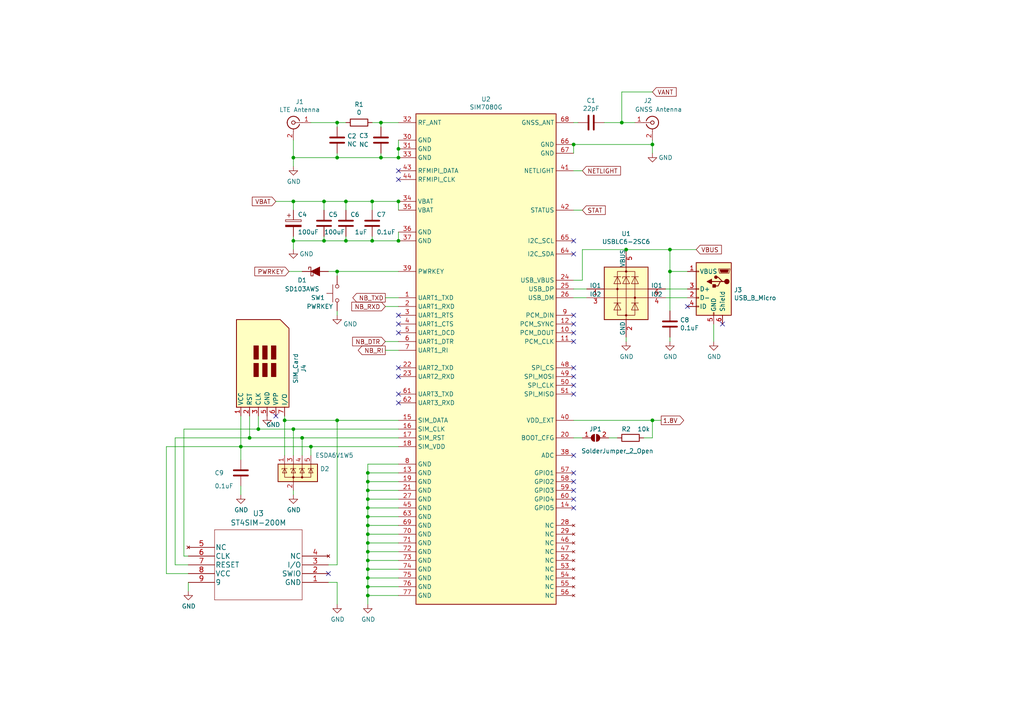
<source format=kicad_sch>
(kicad_sch (version 20230121) (generator eeschema)
  (paper "A4")
  (title_block (title "TechStudio.Design SIM7080G NB-IoT Shield") (date "2021-08-25") (rev "V1.2") (company "www.techstudio.design") (comment 3 "Copyright: Tech Studio Design, 2021") (comment 4 "Designed By: Henry Cheung"))
  (lib_symbols
    (symbol "Connector:Conn_Coaxial" (pin_names (offset 1.016) hide)
      (property "Reference" "J" (at 0.254 3.048 0))
      (property "Value" "Conn_Coaxial" (at 2.921 0 90))
      (symbol "Conn_Coaxial_0_1"
        (arc (start -1.778 -0.508) (mid 0.2311 -1.8066) (end 1.778 0) (stroke (width 0.254)))
        (polyline (pts (xy -2.54 0) (xy -0.508 0)))
        (polyline (pts (xy 0 -2.54) (xy 0 -1.778)))
        (circle (center 0 0) (radius 0.508) (stroke (width 0.2032)))
        (arc (start 1.778 0) (mid 0.2099 1.8101) (end -1.778 0.508) (stroke (width 0.254)))
      )
      (symbol "Conn_Coaxial_1_1"
        (pin passive line (at -5.08 0 0) (length 2.54) (name "In") (number "1"))
        (pin passive line (at 0 -5.08 90) (length 2.54) (name "Ext") (number "2"))
      )
    )
    (symbol "Connector:SIM_Card"
      (property "Reference" "J" (at -2.54 12.7 0))
      (property "Value" "SIM_Card" (at -1.27 10.16 0))
      (symbol "SIM_Card_0_1"
        (rectangle (start -1.27 -2.54) (end 2.54 -1.27) (stroke (width 0.254)) (fill (type outline)))
        (rectangle (start -1.27 0) (end 2.54 1.27) (stroke (width 0.254)) (fill (type outline)))
        (rectangle (start -1.27 2.54) (end 2.54 3.81) (stroke (width 0.254)) (fill (type outline)))
        (polyline (pts (xy -10.16 8.89) (xy 15.24 8.89) (xy 15.24 -3.81) (xy 12.7 -6.35) (xy -10.16 -6.35) (xy -10.16 8.89)) (stroke (width 0.254)) (fill (type background)))
        (rectangle (start 3.81 -1.27) (end 7.62 -2.54) (stroke (width 0.254)) (fill (type outline)))
        (rectangle (start 3.81 0) (end 7.62 1.27) (stroke (width 0.254)) (fill (type outline)))
        (rectangle (start 3.81 2.54) (end 7.62 3.81) (stroke (width 0.254)) (fill (type outline)))
      )
      (symbol "SIM_Card_1_1"
        (pin power_in line (at -12.7 7.62 0) (length 2.54) (name "VCC") (number "1"))
        (pin input line (at -12.7 5.08 0) (length 2.54) (name "RST") (number "2"))
        (pin input line (at -12.7 2.54 0) (length 2.54) (name "CLK") (number "3"))
        (pin power_in line (at -12.7 0 0) (length 2.54) (name "GND") (number "5"))
        (pin input line (at -12.7 -2.54 0) (length 2.54) (name "VPP") (number "6"))
        (pin bidirectional line (at -12.7 -5.08 0) (length 2.54) (name "I/O") (number "7"))
      )
    )
    (symbol "Device:C" (pin_numbers hide) (pin_names (offset 0.254))
      (property "Reference" "C" (at 0.635 2.54 0))
      (property "Value" "C" (at 0.635 -2.54 0))
      (symbol "C_0_1"
        (polyline (pts (xy -2.032 -0.762) (xy 2.032 -0.762)) (stroke (width 0.508)))
        (polyline (pts (xy -2.032 0.762) (xy 2.032 0.762)) (stroke (width 0.508)))
      )
      (symbol "C_1_1"
        (pin passive line (at 0 3.81 270) (length 2.794) (name "~") (number "1"))
        (pin passive line (at 0 -3.81 90) (length 2.794) (name "~") (number "2"))
      )
    )
    (symbol "Device:R" (pin_numbers hide) (pin_names (offset 0))
      (property "Reference" "R" (at 2.032 0 90))
      (property "Value" "R" (at 0 0 90))
      (symbol "R_0_1"
        (rectangle (start -1.016 -2.54) (end 1.016 2.54) (stroke (width 0.254)))
      )
      (symbol "R_1_1"
        (pin passive line (at 0 3.81 270) (length 1.27) (name "~") (number "1"))
        (pin passive line (at 0 -3.81 90) (length 1.27) (name "~") (number "2"))
      )
    )
    (symbol "Jumper:SolderJumper_2_Open" (pin_names (offset 0) hide)
      (property "Reference" "JP" (at 0 2.032 0))
      (property "Value" "SolderJumper_2_Open" (at 0 -2.54 0))
      (symbol "SolderJumper_2_Open_0_1"
        (arc (start -0.254 1.016) (mid -1.2656 0) (end -0.254 -1.016))
        (arc (start -0.254 1.016) (mid -1.2656 0) (end -0.254 -1.016) (fill (type outline)))
        (polyline (pts (xy -0.254 1.016) (xy -0.254 -1.016)))
        (polyline (pts (xy 0.254 1.016) (xy 0.254 -1.016)))
        (arc (start 0.254 -1.016) (mid 1.2656 0) (end 0.254 1.016))
        (arc (start 0.254 -1.016) (mid 1.2656 0) (end 0.254 1.016) (fill (type outline)))
      )
      (symbol "SolderJumper_2_Open_1_1"
        (pin passive line (at -3.81 0 0) (length 2.54) (name "A") (number "1"))
        (pin passive line (at 3.81 0 180) (length 2.54) (name "B") (number "2"))
      )
    )
    (symbol "SIM7080-rescue:CP-Device" (pin_numbers hide) (pin_names (offset 0.254))
      (property "Reference" "C" (at 0.635 2.54 0))
      (property "Value" "Device_CP" (at 0.635 -2.54 0))
      (symbol "CP-Device_0_1"
        (rectangle (start -2.286 0.508) (end 2.286 1.016))
        (polyline (pts (xy -1.778 2.286) (xy -0.762 2.286)))
        (polyline (pts (xy -1.27 2.794) (xy -1.27 1.778)))
        (rectangle (start 2.286 -0.508) (end -2.286 -1.016) (fill (type outline)))
      )
      (symbol "CP-Device_1_1"
        (pin passive line (at 0 3.81 270) (length 2.794) (name "~") (number "1"))
        (pin passive line (at 0 -3.81 90) (length 2.794) (name "~") (number "2"))
      )
    )
    (symbol "SIM7080-rescue:D_Schottky_ALT-Device" (pin_numbers hide) (pin_names (offset 1.016) hide)
      (property "Reference" "D" (at 0 2.54 0))
      (property "Value" "Device_D_Schottky_ALT" (at 0 -2.54 0))
      (symbol "D_Schottky_ALT-Device_0_1"
        (polyline (pts (xy 1.27 0) (xy -1.27 0)))
        (polyline (pts (xy 1.27 1.27) (xy 1.27 -1.27) (xy -1.27 0) (xy 1.27 1.27)) (stroke (width 0.2032)) (fill (type outline)))
        (polyline (pts (xy -1.905 0.635) (xy -1.905 1.27) (xy -1.27 1.27) (xy -1.27 -1.27) (xy -0.635 -1.27) (xy -0.635 -0.635)) (stroke (width 0.2032)))
      )
      (symbol "D_Schottky_ALT-Device_1_1"
        (pin passive line (at -3.81 0 0) (length 2.54) (name "K") (number "1"))
        (pin passive line (at 3.81 0 180) (length 2.54) (name "A") (number "2"))
      )
    )
    (symbol "SIM7080-rescue:ESDA6V1W5-e-tinkers" (pin_names hide)
      (property "Reference" "D" (at 7.62 2.54 0))
      (property "Value" "e-tinkers_ESDA6V1W5" (at 7.62 0.635 0))
      (symbol "ESDA6V1W5-e-tinkers_0_0"
        (pin passive line (at 0 -5.08 90) (length 2.54) (name "A") (number "2"))
      )
      (symbol "ESDA6V1W5-e-tinkers_0_1"
        (rectangle (start -4.445 2.54) (end 6.985 -2.54) (stroke (width 0.254)) (fill (type background)))
        (circle (center 0 -1.27) (radius 0.254) (fill (type outline)))
        (polyline (pts (xy -2.54 2.54) (xy -2.54 1.27)))
        (polyline (pts (xy 0 -1.27) (xy 0 -2.54)))
        (polyline (pts (xy 0 -1.27) (xy 0 1.27)))
        (polyline (pts (xy 0 2.54) (xy 0 1.27)))
        (polyline (pts (xy 2.54 2.54) (xy 2.54 1.27)))
        (polyline (pts (xy 5.08 2.54) (xy 5.08 1.27)))
        (polyline (pts (xy -3.302 1.016) (xy -3.302 1.27) (xy -1.778 1.27)))
        (polyline (pts (xy 0.762 1.27) (xy -0.762 1.27) (xy -0.762 1.016)))
        (polyline (pts (xy 5.08 1.27) (xy 5.08 -1.27) (xy 2.54 -1.27)))
        (polyline (pts (xy -2.54 1.27) (xy -2.54 -1.27) (xy 2.54 -1.27) (xy 2.54 1.27)))
        (polyline (pts (xy -2.54 1.27) (xy -1.905 0) (xy -3.175 0) (xy -2.54 1.27)))
        (polyline (pts (xy 0.635 0) (xy -0.635 0) (xy 0 1.27) (xy 0.635 0)))
        (polyline (pts (xy 1.778 1.016) (xy 1.778 1.27) (xy 3.175 1.27) (xy 3.302 1.27)))
        (polyline (pts (xy 2.54 1.27) (xy 1.905 0) (xy 3.175 0) (xy 2.54 1.27)))
        (polyline (pts (xy 4.318 1.016) (xy 4.318 1.27) (xy 5.715 1.27) (xy 5.842 1.27)))
        (polyline (pts (xy 5.08 1.27) (xy 4.445 0) (xy 5.715 0) (xy 5.08 1.27)))
        (circle (center 2.54 -1.27) (radius 0.254) (fill (type outline)))
      )
      (symbol "ESDA6V1W5-e-tinkers_1_1"
        (pin passive line (at -2.54 5.08 270) (length 2.54) (name "K") (number "1"))
        (pin passive line (at 0 5.08 270) (length 2.54) (name "K") (number "3"))
        (pin passive line (at 2.54 5.08 270) (length 2.54) (name "K") (number "4"))
        (pin passive line (at 5.08 5.08 270) (length 2.54) (name "K") (number "5"))
      )
    )
    (symbol "SIM7080-rescue:SIM7080G-SimCom"
      (property "Reference" "U" (at -17.78 78.74 0))
      (property "Value" "SimCom_SIM7080G" (at -5.08 -1.27 0))
      (symbol "SIM7080G-SimCom_0_1"
        (rectangle (start -20.32 -66.04) (end 20.32 76.2) (stroke (width 0.254)) (fill (type background)))
      )
      (symbol "SIM7080G-SimCom_1_1"
        (pin bidirectional line (at -25.4 22.86 0) (length 5.08) (name "UART1_TXD") (number "1"))
        (pin output line (at 25.4 12.7 180) (length 5.08) (name "PCM_DOUT") (number "10"))
        (pin output line (at 25.4 10.16 180) (length 5.08) (name "PCM_CLK") (number "11"))
        (pin output line (at 25.4 15.24 180) (length 5.08) (name "PCM_SYNC") (number "12"))
        (pin power_in line (at -25.4 -27.94 0) (length 5.08) (name "GND") (number "13"))
        (pin bidirectional line (at 25.4 -38.1 180) (length 5.08) (name "GPIO5") (number "14"))
        (pin bidirectional line (at -25.4 -12.7 0) (length 5.08) (name "SIM_DATA") (number "15"))
        (pin bidirectional line (at -25.4 -15.24 0) (length 5.08) (name "SIM_CLK") (number "16"))
        (pin bidirectional line (at -25.4 -17.78 0) (length 5.08) (name "SIM_RST") (number "17"))
        (pin power_out line (at -25.4 -20.32 0) (length 5.08) (name "SIM_VDD") (number "18"))
        (pin power_in line (at -25.4 -30.48 0) (length 5.08) (name "GND") (number "19"))
        (pin bidirectional line (at -25.4 20.32 0) (length 5.08) (name "UART1_RXD") (number "2"))
        (pin input line (at 25.4 -17.78 180) (length 5.08) (name "BOOT_CFG") (number "20"))
        (pin power_in line (at -25.4 -33.02 0) (length 5.08) (name "GND") (number "21"))
        (pin bidirectional line (at -25.4 2.54 0) (length 5.08) (name "UART2_TXD") (number "22"))
        (pin bidirectional line (at -25.4 0 0) (length 5.08) (name "UART2_RXD") (number "23"))
        (pin power_in line (at 25.4 27.94 180) (length 5.08) (name "USB_VBUS") (number "24"))
        (pin bidirectional line (at 25.4 25.4 180) (length 5.08) (name "USB_DP") (number "25"))
        (pin bidirectional line (at 25.4 22.86 180) (length 5.08) (name "USB_DM") (number "26"))
        (pin power_in line (at -25.4 -35.56 0) (length 5.08) (name "GND") (number "27"))
        (pin no_connect line (at 25.4 -43.18 180) (length 5.08) (name "NC") (number "28"))
        (pin no_connect line (at 25.4 -45.72 180) (length 5.08) (name "NC") (number "29"))
        (pin output line (at -25.4 17.78 0) (length 5.08) (name "UART1_RTS") (number "3"))
        (pin power_in line (at -25.4 68.58 0) (length 5.08) (name "GND") (number "30"))
        (pin power_in line (at -25.4 66.04 0) (length 5.08) (name "GND") (number "31"))
        (pin output line (at -25.4 73.66 0) (length 5.08) (name "RF_ANT") (number "32"))
        (pin power_in line (at -25.4 63.5 0) (length 5.08) (name "GND") (number "33"))
        (pin power_in line (at -25.4 50.8 0) (length 5.08) (name "VBAT") (number "34"))
        (pin power_in line (at -25.4 48.26 0) (length 5.08) (name "VBAT") (number "35"))
        (pin power_in line (at -25.4 41.91 0) (length 5.08) (name "GND") (number "36"))
        (pin power_in line (at -25.4 39.37 0) (length 5.08) (name "GND") (number "37"))
        (pin input line (at 25.4 -22.86 180) (length 5.08) (name "ADC") (number "38"))
        (pin input line (at -25.4 30.48 0) (length 5.08) (name "PWRKEY") (number "39"))
        (pin input line (at -25.4 15.24 0) (length 5.08) (name "UART1_CTS") (number "4"))
        (pin power_out line (at 25.4 -12.7 180) (length 5.08) (name "VDD_EXT") (number "40"))
        (pin output line (at 25.4 59.69 180) (length 5.08) (name "NETLIGHT") (number "41"))
        (pin output line (at 25.4 48.26 180) (length 5.08) (name "STATUS") (number "42"))
        (pin bidirectional line (at -25.4 59.69 0) (length 5.08) (name "RFMIPI_DATA") (number "43"))
        (pin bidirectional line (at -25.4 57.15 0) (length 5.08) (name "RFMIPI_CLK") (number "44"))
        (pin power_in line (at -25.4 -38.1 0) (length 5.08) (name "GND") (number "45"))
        (pin no_connect line (at 25.4 -48.26 180) (length 5.08) (name "NC") (number "46"))
        (pin no_connect line (at 25.4 -50.8 180) (length 5.08) (name "NC") (number "47"))
        (pin output line (at 25.4 2.54 180) (length 5.08) (name "SPI_CS") (number "48"))
        (pin output line (at 25.4 0 180) (length 5.08) (name "SPI_MOSI") (number "49"))
        (pin input line (at -25.4 12.7 0) (length 5.08) (name "UART1_DCD") (number "5"))
        (pin output line (at 25.4 -2.54 180) (length 5.08) (name "SPI_CLK") (number "50"))
        (pin input line (at 25.4 -5.08 180) (length 5.08) (name "SPI_MISO") (number "51"))
        (pin no_connect line (at 25.4 -53.34 180) (length 5.08) (name "NC") (number "52"))
        (pin no_connect line (at 25.4 -55.88 180) (length 5.08) (name "NC") (number "53"))
        (pin no_connect line (at 25.4 -58.42 180) (length 5.08) (name "NC") (number "54"))
        (pin no_connect line (at 25.4 -60.96 180) (length 5.08) (name "NC") (number "55"))
        (pin no_connect line (at 25.4 -63.5 180) (length 5.08) (name "NC") (number "56"))
        (pin bidirectional line (at 25.4 -27.94 180) (length 5.08) (name "GPIO1") (number "57"))
        (pin bidirectional line (at 25.4 -30.48 180) (length 5.08) (name "GPIO2") (number "58"))
        (pin bidirectional line (at 25.4 -33.02 180) (length 5.08) (name "GPIO3") (number "59"))
        (pin output line (at -25.4 10.16 0) (length 5.08) (name "UART1_DTR") (number "6"))
        (pin bidirectional line (at 25.4 -35.56 180) (length 5.08) (name "GPIO4") (number "60"))
        (pin bidirectional line (at -25.4 -5.08 0) (length 5.08) (name "UART3_TXD") (number "61"))
        (pin bidirectional line (at -25.4 -7.62 0) (length 5.08) (name "UART3_RXD") (number "62"))
        (pin power_in line (at -25.4 -40.64 0) (length 5.08) (name "GND") (number "63"))
        (pin bidirectional line (at 25.4 35.56 180) (length 5.08) (name "I2C_SDA") (number "64"))
        (pin bidirectional line (at 25.4 39.37 180) (length 5.08) (name "I2C_SCL") (number "65"))
        (pin power_in line (at 25.4 67.31 180) (length 5.08) (name "GND") (number "66"))
        (pin power_in line (at 25.4 64.77 180) (length 5.08) (name "GND") (number "67"))
        (pin output line (at 25.4 73.66 180) (length 5.08) (name "GNSS_ANT") (number "68"))
        (pin power_in line (at -25.4 -43.18 0) (length 5.08) (name "GND") (number "69"))
        (pin output line (at -25.4 7.62 0) (length 5.08) (name "UART1_RI") (number "7"))
        (pin power_in line (at -25.4 -45.72 0) (length 5.08) (name "GND") (number "70"))
        (pin power_in line (at -25.4 -48.26 0) (length 5.08) (name "GND") (number "71"))
        (pin power_in line (at -25.4 -50.8 0) (length 5.08) (name "GND") (number "72"))
        (pin power_in line (at -25.4 -53.34 0) (length 5.08) (name "GND") (number "73"))
        (pin power_in line (at -25.4 -55.88 0) (length 5.08) (name "GND") (number "74"))
        (pin power_in line (at -25.4 -58.42 0) (length 5.08) (name "GND") (number "75"))
        (pin power_in line (at -25.4 -60.96 0) (length 5.08) (name "GND") (number "76"))
        (pin power_in line (at -25.4 -63.5 0) (length 5.08) (name "GND") (number "77"))
        (pin power_in line (at -25.4 -25.4 0) (length 5.08) (name "GND") (number "8"))
        (pin input line (at 25.4 17.78 180) (length 5.08) (name "PCM_DIN") (number "9"))
      )
    )
    (symbol "SIM7080-rescue:ST4SIM-200M-e-tinkers" (pin_names (offset 0.254))
      (property "Reference" "U" (at 20.32 10.16 0))
      (property "Value" "e-tinkers_ST4SIM-200M" (at 20.32 7.62 0))
      (symbol "ST4SIM-200M-e-tinkers_1_1"
        (polyline (pts (xy 7.62 -15.24) (xy 33.02 -15.24)) (stroke (width 0.127)))
        (polyline (pts (xy 7.62 5.08) (xy 7.62 -15.24)) (stroke (width 0.127)))
        (polyline (pts (xy 33.02 -15.24) (xy 33.02 5.08)) (stroke (width 0.127)))
        (polyline (pts (xy 33.02 5.08) (xy 7.62 5.08)) (stroke (width 0.127)))
        (pin power_in line (at 0 0 0) (length 7.62) (name "GND") (number "1"))
        (pin bidirectional line (at 0 -2.54 0) (length 7.62) (name "SWIO") (number "2"))
        (pin bidirectional line (at 0 -5.08 0) (length 7.62) (name "I/O") (number "3"))
        (pin no_connect line (at 0 -7.62 0) (length 7.62) (name "NC") (number "4"))
        (pin no_connect line (at 40.64 -10.16 180) (length 7.62) (name "NC") (number "5"))
        (pin input line (at 40.64 -7.62 180) (length 7.62) (name "CLK") (number "6"))
        (pin input line (at 40.64 -5.08 180) (length 7.62) (name "RESET") (number "7"))
        (pin power_in line (at 40.64 -2.54 180) (length 7.62) (name "VCC") (number "8"))
        (pin power_in line (at 40.64 0 180) (length 7.62) (name "9") (number "9"))
      )
    )
    (symbol "SIM7080-rescue:USBLC6-2SC6-e-tinkers" (pin_names (offset 0))
      (property "Reference" "U" (at -5.08 8.89 0))
      (property "Value" "e-tinkers_USBLC6-2SC6" (at 8.89 -8.89 0))
      (symbol "USBLC6-2SC6-e-tinkers_0_1"
        (rectangle (start -6.35 -7.62) (end 6.35 7.62) (stroke (width 0.254)) (fill (type background)))
        (circle (center -2.54 1.27) (radius 0.254) (fill (type outline)))
        (rectangle (start -2.54 6.35) (end 2.54 -6.35))
        (circle (center 0 -6.35) (radius 0.254) (fill (type outline)))
        (polyline (pts (xy -6.35 1.27) (xy 6.35 1.27)))
        (polyline (pts (xy -1.524 -2.794) (xy -3.556 -2.794)))
        (polyline (pts (xy -1.524 4.826) (xy -3.556 4.826)))
        (polyline (pts (xy 0 -7.62) (xy 0 -6.35)))
        (polyline (pts (xy 0 -6.35) (xy 0 5.08)))
        (polyline (pts (xy 0 5.08) (xy 0 10.16)))
        (polyline (pts (xy 0 6.35) (xy 0 7.62)))
        (polyline (pts (xy 1.524 -2.794) (xy 3.556 -2.794)))
        (polyline (pts (xy 1.524 4.826) (xy 3.556 4.826)))
        (polyline (pts (xy 6.35 -1.27) (xy -6.35 -1.27)))
        (polyline (pts (xy -3.556 -4.826) (xy -1.524 -4.826) (xy -2.54 -2.794) (xy -3.556 -4.826)))
        (polyline (pts (xy -3.556 2.794) (xy -1.524 2.794) (xy -2.54 4.826) (xy -3.556 2.794)))
        (polyline (pts (xy -1.016 2.794) (xy 1.016 2.794) (xy 0 4.826) (xy -1.016 2.794)))
        (polyline (pts (xy 1.016 4.826) (xy 0.762 4.826) (xy -1.016 4.826) (xy -1.016 4.318)))
        (polyline (pts (xy 3.556 -4.826) (xy 1.524 -4.826) (xy 2.54 -2.794) (xy 3.556 -4.826)))
        (polyline (pts (xy 3.556 2.794) (xy 1.524 2.794) (xy 2.54 4.826) (xy 3.556 2.794)))
        (circle (center 0 6.35) (radius 0.254) (fill (type outline)))
        (circle (center 2.54 -1.27) (radius 0.254) (fill (type outline)))
      )
      (symbol "USBLC6-2SC6-e-tinkers_1_1"
        (pin passive line (at -11.43 1.27 0) (length 5.08) (name "IO1") (number "1"))
        (pin passive line (at 0 -12.7 90) (length 5.08) (name "GND") (number "2"))
        (pin passive line (at -11.43 -1.27 0) (length 5.08) (name "IO2") (number "3"))
        (pin passive line (at 11.43 -1.27 180) (length 5.08) (name "IO2") (number "4"))
        (pin passive line (at 0 12.7 270) (length 5.08) (name "VBUS") (number "5"))
        (pin passive line (at 11.43 1.27 180) (length 5.08) (name "IO1") (number "6"))
      )
    )
    (symbol "SIM7080-rescue:USB_B_Micro-Connector" (pin_names (offset 1.016))
      (property "Reference" "J" (at -5.08 11.43 0))
      (property "Value" "Connector_USB_B_Micro" (at -5.08 8.89 0))
      (symbol "USB_B_Micro-Connector_0_1"
        (rectangle (start -5.08 -7.62) (end 5.08 7.62) (stroke (width 0.254)) (fill (type background)))
        (circle (center -3.81 2.159) (radius 0.635) (stroke (width 0.254)) (fill (type outline)))
        (circle (center -0.635 3.429) (radius 0.381) (stroke (width 0.254)) (fill (type outline)))
        (rectangle (start -0.127 -7.62) (end 0.127 -6.858))
        (polyline (pts (xy -1.905 2.159) (xy 0.635 2.159)) (stroke (width 0.254)))
        (polyline (pts (xy -3.175 2.159) (xy -2.54 2.159) (xy -1.27 3.429) (xy -0.635 3.429)) (stroke (width 0.254)))
        (polyline (pts (xy -2.54 2.159) (xy -1.905 2.159) (xy -1.27 0.889) (xy 0 0.889)) (stroke (width 0.254)))
        (polyline (pts (xy 0.635 2.794) (xy 0.635 1.524) (xy 1.905 2.159) (xy 0.635 2.794)) (stroke (width 0.254)) (fill (type outline)))
        (polyline (pts (xy -4.318 5.588) (xy -1.778 5.588) (xy -2.032 4.826) (xy -4.064 4.826) (xy -4.318 5.588)) (fill (type outline)))
        (polyline (pts (xy -4.699 5.842) (xy -4.699 5.588) (xy -4.445 4.826) (xy -4.445 4.572) (xy -1.651 4.572) (xy -1.651 4.826) (xy -1.397 5.588) (xy -1.397 5.842) (xy -4.699 5.842)))
        (rectangle (start 0.254 1.27) (end -0.508 0.508) (stroke (width 0.254)) (fill (type outline)))
        (rectangle (start 5.08 -5.207) (end 4.318 -4.953))
        (rectangle (start 5.08 -2.667) (end 4.318 -2.413))
        (rectangle (start 5.08 -0.127) (end 4.318 0.127))
        (rectangle (start 5.08 4.953) (end 4.318 5.207))
      )
      (symbol "USB_B_Micro-Connector_1_1"
        (pin power_out line (at 7.62 5.08 180) (length 2.54) (name "VBUS") (number "1"))
        (pin passive line (at 7.62 -2.54 180) (length 2.54) (name "D-") (number "2"))
        (pin passive line (at 7.62 0 180) (length 2.54) (name "D+") (number "3"))
        (pin passive line (at 7.62 -5.08 180) (length 2.54) (name "ID") (number "4"))
        (pin power_out line (at 0 -10.16 90) (length 2.54) (name "GND") (number "5"))
        (pin passive line (at -2.54 -10.16 90) (length 2.54) (name "Shield") (number "6"))
      )
    )
    (symbol "Switch:SW_Push" (pin_numbers hide) (pin_names (offset 1.016) hide)
      (property "Reference" "SW" (at 1.27 2.54 0))
      (property "Value" "SW_Push" (at 0 -1.524 0))
      (symbol "SW_Push_0_1"
        (circle (center -2.032 0) (radius 0.508))
        (polyline (pts (xy 0 1.27) (xy 0 3.048)))
        (polyline (pts (xy 2.54 1.27) (xy -2.54 1.27)))
        (circle (center 2.032 0) (radius 0.508))
        (pin passive line (at -5.08 0 0) (length 2.54) (name "1") (number "1"))
        (pin passive line (at 5.08 0 180) (length 2.54) (name "2") (number "2"))
      )
    )
    (symbol "power:GND" (power) (pin_names (offset 0))
      (property "Value" "GND" (at 0 -3.81 0))
      (symbol "GND_0_1"
        (polyline (pts (xy 0 0) (xy 0 -1.27) (xy 1.27 -1.27) (xy 0 -2.54) (xy -1.27 -1.27) (xy 0 -1.27)))
      )
      (symbol "GND_1_1"
        (pin power_in line (at 0 0 270) (length 0) hide (name "GND") (number "1"))
      )
    )
  )
  (junction (at 97.79 121.92))
  (junction (at 100.33 69.85))
  (junction (at 181.61 72.39))
  (junction (at 106.68 144.78))
  (junction (at 90.17 129.54))
  (junction (at 72.39 127))
  (junction (at 106.68 170.18))
  (junction (at 166.37 41.91))
  (junction (at 106.68 157.48))
  (junction (at 93.98 58.42))
  (junction (at 180.34 35.56))
  (junction (at 189.23 41.91))
  (junction (at 97.79 35.56))
  (junction (at 106.68 167.64))
  (junction (at 115.57 45.72))
  (junction (at 93.98 69.85))
  (junction (at 106.68 149.86))
  (junction (at 85.09 45.72))
  (junction (at 106.68 172.72))
  (junction (at 106.68 139.7))
  (junction (at 115.57 43.18))
  (junction (at 97.79 78.74))
  (junction (at 115.57 69.85))
  (junction (at 106.68 152.4))
  (junction (at 106.68 162.56))
  (junction (at 106.68 154.94))
  (junction (at 107.95 58.42))
  (junction (at 82.55 121.92))
  (junction (at 85.09 58.42))
  (junction (at 110.49 45.72))
  (junction (at 110.49 35.56))
  (junction (at 85.09 69.85))
  (junction (at 85.09 124.46))
  (junction (at 106.68 160.02))
  (junction (at 69.85 129.54))
  (junction (at 106.68 137.16))
  (junction (at 100.33 58.42))
  (junction (at 106.68 147.32))
  (junction (at 115.57 58.42))
  (junction (at 106.68 142.24))
  (junction (at 87.63 127))
  (junction (at 74.93 124.46))
  (junction (at 189.23 121.92))
  (junction (at 194.31 72.39))
  (junction (at 194.31 78.74))
  (junction (at 107.95 69.85))
  (junction (at 106.68 165.1))
  (junction (at 97.79 45.72))
  (no_connect (at 166.37 137.16))
  (no_connect (at 166.37 111.76))
  (no_connect (at 166.37 139.7))
  (no_connect (at 166.37 99.06))
  (no_connect (at 166.37 106.68))
  (no_connect (at 166.37 91.44))
  (no_connect (at 80.01 120.65))
  (no_connect (at 199.39 88.9))
  (no_connect (at 166.37 109.22))
  (no_connect (at 166.37 114.3))
  (no_connect (at 115.57 52.07))
  (no_connect (at 166.37 147.32))
  (no_connect (at 166.37 142.24))
  (no_connect (at 115.57 109.22))
  (no_connect (at 115.57 93.98))
  (no_connect (at 166.37 96.52))
  (no_connect (at 166.37 69.85))
  (no_connect (at 115.57 106.68))
  (no_connect (at 166.37 73.66))
  (no_connect (at 166.37 132.08))
  (no_connect (at 115.57 114.3))
  (no_connect (at 166.37 144.78))
  (no_connect (at 166.37 93.98))
  (no_connect (at 115.57 96.52))
  (no_connect (at 115.57 91.44))
  (no_connect (at 115.57 116.84))
  (no_connect (at 115.57 49.53))
  (no_connect (at 209.55 93.98))
  (no_connect (at 95.25 166.37))
  (wire (pts (xy 100.33 60.96) (xy 100.33 58.42)))
  (wire (pts (xy 69.85 129.54) (xy 69.85 120.65)))
  (wire (pts (xy 69.85 129.54) (xy 90.17 129.54)))
  (wire (pts (xy 106.68 137.16) (xy 106.68 139.7)))
  (wire (pts (xy 189.23 44.45) (xy 189.23 41.91)))
  (wire (pts (xy 110.49 44.45) (xy 110.49 45.72)))
  (wire (pts (xy 106.68 167.64) (xy 106.68 170.18)))
  (wire (pts (xy 106.68 162.56) (xy 106.68 165.1)))
  (wire (pts (xy 193.04 86.36) (xy 199.39 86.36)))
  (wire (pts (xy 97.79 168.91) (xy 97.79 175.26)))
  (wire (pts (xy 189.23 26.67) (xy 180.34 26.67)))
  (wire (pts (xy 87.63 127) (xy 115.57 127)))
  (wire (pts (xy 181.61 99.06) (xy 181.61 97.79)))
  (wire (pts (xy 85.09 69.85) (xy 85.09 68.58)))
  (wire (pts (xy 115.57 45.72) (xy 110.49 45.72)))
  (wire (pts (xy 110.49 35.56) (xy 110.49 36.83)))
  (wire (pts (xy 72.39 120.65) (xy 72.39 127)))
  (wire (pts (xy 53.34 124.46) (xy 74.93 124.46)))
  (wire (pts (xy 106.68 144.78) (xy 106.68 147.32)))
  (wire (pts (xy 175.26 35.56) (xy 180.34 35.56)))
  (wire (pts (xy 106.68 152.4) (xy 106.68 154.94)))
  (wire (pts (xy 111.76 86.36) (xy 115.57 86.36)))
  (wire (pts (xy 110.49 35.56) (xy 115.57 35.56)))
  (wire (pts (xy 106.68 134.62) (xy 106.68 137.16)))
  (wire (pts (xy 107.95 68.58) (xy 107.95 69.85)))
  (wire (pts (xy 85.09 45.72) (xy 97.79 45.72)))
  (wire (pts (xy 100.33 68.58) (xy 100.33 69.85)))
  (wire (pts (xy 93.98 68.58) (xy 93.98 69.85)))
  (wire (pts (xy 107.95 58.42) (xy 115.57 58.42)))
  (wire (pts (xy 176.53 127) (xy 179.07 127)))
  (wire (pts (xy 85.09 58.42) (xy 93.98 58.42)))
  (wire (pts (xy 82.55 121.92) (xy 82.55 132.08)))
  (wire (pts (xy 72.39 127) (xy 87.63 127)))
  (wire (pts (xy 115.57 165.1) (xy 106.68 165.1)))
  (wire (pts (xy 106.68 147.32) (xy 106.68 149.86)))
  (wire (pts (xy 85.09 124.46) (xy 85.09 132.08)))
  (wire (pts (xy 166.37 49.53) (xy 168.91 49.53)))
  (wire (pts (xy 97.79 121.92) (xy 115.57 121.92)))
  (wire (pts (xy 166.37 121.92) (xy 189.23 121.92)))
  (wire (pts (xy 69.85 133.35) (xy 69.85 129.54)))
  (wire (pts (xy 80.01 58.42) (xy 85.09 58.42)))
  (wire (pts (xy 106.68 154.94) (xy 106.68 157.48)))
  (wire (pts (xy 168.91 72.39) (xy 181.61 72.39)))
  (wire (pts (xy 106.68 157.48) (xy 106.68 160.02)))
  (wire (pts (xy 166.37 60.96) (xy 168.91 60.96)))
  (wire (pts (xy 115.57 139.7) (xy 106.68 139.7)))
  (wire (pts (xy 97.79 78.74) (xy 95.25 78.74)))
  (wire (pts (xy 194.31 97.79) (xy 194.31 99.06)))
  (wire (pts (xy 194.31 78.74) (xy 194.31 72.39)))
  (wire (pts (xy 85.09 124.46) (xy 115.57 124.46)))
  (wire (pts (xy 85.09 45.72) (xy 85.09 40.64)))
  (wire (pts (xy 107.95 35.56) (xy 110.49 35.56)))
  (wire (pts (xy 199.39 78.74) (xy 194.31 78.74)))
  (wire (pts (xy 115.57 43.18) (xy 115.57 40.64)))
  (wire (pts (xy 50.8 163.83) (xy 54.61 163.83)))
  (wire (pts (xy 100.33 58.42) (xy 107.95 58.42)))
  (wire (pts (xy 106.68 142.24) (xy 106.68 144.78)))
  (wire (pts (xy 115.57 137.16) (xy 106.68 137.16)))
  (wire (pts (xy 97.79 78.74) (xy 115.57 78.74)))
  (wire (pts (xy 93.98 69.85) (xy 85.09 69.85)))
  (wire (pts (xy 115.57 60.96) (xy 115.57 58.42)))
  (wire (pts (xy 97.79 35.56) (xy 97.79 36.83)))
  (wire (pts (xy 82.55 120.65) (xy 82.55 121.92)))
  (wire (pts (xy 95.25 163.83) (xy 97.79 163.83)))
  (wire (pts (xy 115.57 154.94) (xy 106.68 154.94)))
  (wire (pts (xy 97.79 45.72) (xy 110.49 45.72)))
  (wire (pts (xy 189.23 41.91) (xy 189.23 40.64)))
  (wire (pts (xy 82.55 121.92) (xy 97.79 121.92)))
  (wire (pts (xy 115.57 157.48) (xy 106.68 157.48)))
  (wire (pts (xy 166.37 127) (xy 168.91 127)))
  (wire (pts (xy 53.34 124.46) (xy 53.34 161.29)))
  (wire (pts (xy 111.76 101.6) (xy 115.57 101.6)))
  (wire (pts (xy 106.68 134.62) (xy 115.57 134.62)))
  (wire (pts (xy 166.37 83.82) (xy 170.18 83.82)))
  (wire (pts (xy 106.68 160.02) (xy 106.68 162.56)))
  (wire (pts (xy 97.79 91.44) (xy 97.79 90.17)))
  (wire (pts (xy 107.95 60.96) (xy 107.95 58.42)))
  (wire (pts (xy 69.85 140.97) (xy 69.85 143.51)))
  (wire (pts (xy 115.57 172.72) (xy 106.68 172.72)))
  (wire (pts (xy 93.98 60.96) (xy 93.98 58.42)))
  (wire (pts (xy 74.93 124.46) (xy 74.93 120.65)))
  (wire (pts (xy 180.34 26.67) (xy 180.34 35.56)))
  (wire (pts (xy 115.57 45.72) (xy 115.57 43.18)))
  (wire (pts (xy 201.93 72.39) (xy 194.31 72.39)))
  (wire (pts (xy 48.26 166.37) (xy 54.61 166.37)))
  (wire (pts (xy 115.57 142.24) (xy 106.68 142.24)))
  (wire (pts (xy 115.57 160.02) (xy 106.68 160.02)))
  (wire (pts (xy 115.57 149.86) (xy 106.68 149.86)))
  (wire (pts (xy 53.34 161.29) (xy 54.61 161.29)))
  (wire (pts (xy 115.57 152.4) (xy 106.68 152.4)))
  (wire (pts (xy 193.04 83.82) (xy 199.39 83.82)))
  (wire (pts (xy 90.17 35.56) (xy 97.79 35.56)))
  (wire (pts (xy 87.63 127) (xy 87.63 132.08)))
  (wire (pts (xy 106.68 170.18) (xy 106.68 172.72)))
  (wire (pts (xy 166.37 81.28) (xy 168.91 81.28)))
  (wire (pts (xy 115.57 69.85) (xy 107.95 69.85)))
  (wire (pts (xy 95.25 168.91) (xy 97.79 168.91)))
  (wire (pts (xy 100.33 35.56) (xy 97.79 35.56)))
  (wire (pts (xy 180.34 35.56) (xy 184.15 35.56)))
  (wire (pts (xy 107.95 69.85) (xy 100.33 69.85)))
  (wire (pts (xy 90.17 129.54) (xy 90.17 132.08)))
  (wire (pts (xy 87.63 78.74) (xy 83.82 78.74)))
  (wire (pts (xy 207.01 93.98) (xy 207.01 99.06)))
  (wire (pts (xy 115.57 144.78) (xy 106.68 144.78)))
  (wire (pts (xy 50.8 127) (xy 72.39 127)))
  (wire (pts (xy 85.09 60.96) (xy 85.09 58.42)))
  (wire (pts (xy 74.93 124.46) (xy 85.09 124.46)))
  (wire (pts (xy 115.57 167.64) (xy 106.68 167.64)))
  (wire (pts (xy 186.69 127) (xy 189.23 127)))
  (wire (pts (xy 85.09 142.24) (xy 85.09 143.51)))
  (wire (pts (xy 115.57 170.18) (xy 106.68 170.18)))
  (wire (pts (xy 54.61 168.91) (xy 54.61 171.45)))
  (wire (pts (xy 100.33 69.85) (xy 93.98 69.85)))
  (wire (pts (xy 106.68 172.72) (xy 106.68 175.26)))
  (wire (pts (xy 106.68 139.7) (xy 106.68 142.24)))
  (wire (pts (xy 111.76 99.06) (xy 115.57 99.06)))
  (wire (pts (xy 97.79 78.74) (xy 97.79 80.01)))
  (wire (pts (xy 115.57 162.56) (xy 106.68 162.56)))
  (wire (pts (xy 93.98 58.42) (xy 100.33 58.42)))
  (wire (pts (xy 115.57 147.32) (xy 106.68 147.32)))
  (wire (pts (xy 97.79 44.45) (xy 97.79 45.72)))
  (wire (pts (xy 166.37 41.91) (xy 189.23 41.91)))
  (wire (pts (xy 111.76 88.9) (xy 115.57 88.9)))
  (wire (pts (xy 90.17 129.54) (xy 115.57 129.54)))
  (wire (pts (xy 85.09 48.26) (xy 85.09 45.72)))
  (wire (pts (xy 181.61 72.39) (xy 194.31 72.39)))
  (wire (pts (xy 166.37 41.91) (xy 166.37 44.45)))
  (wire (pts (xy 106.68 165.1) (xy 106.68 167.64)))
  (wire (pts (xy 97.79 121.92) (xy 97.79 163.83)))
  (wire (pts (xy 168.91 81.28) (xy 168.91 72.39)))
  (wire (pts (xy 194.31 90.17) (xy 194.31 78.74)))
  (wire (pts (xy 48.26 129.54) (xy 69.85 129.54)))
  (wire (pts (xy 48.26 166.37) (xy 48.26 129.54)))
  (wire (pts (xy 189.23 127) (xy 189.23 121.92)))
  (wire (pts (xy 166.37 35.56) (xy 167.64 35.56)))
  (wire (pts (xy 85.09 69.85) (xy 85.09 72.39)))
  (wire (pts (xy 166.37 86.36) (xy 170.18 86.36)))
  (wire (pts (xy 115.57 69.85) (xy 115.57 67.31)))
  (wire (pts (xy 106.68 149.86) (xy 106.68 152.4)))
  (wire (pts (xy 189.23 121.92) (xy 191.77 121.92)))
  (wire (pts (xy 50.8 163.83) (xy 50.8 127)))
  (global_label "NB_DTR" (shape input) (at 111.76 99.06 180) (property "Intersheetrefs" "${INTERSHEET_REFS}" (effects hide)))
  (global_label "NETLIGHT" (shape input) (at 168.91 49.53 0) (property "Intersheetrefs" "${INTERSHEET_REFS}" (effects hide)))
  (global_label "VBAT" (shape input) (at 80.01 58.42 180) (property "Intersheetrefs" "${INTERSHEET_REFS}" (effects hide)))
  (global_label "PWRKEY" (shape input) (at 83.82 78.74 180) (property "Intersheetrefs" "${INTERSHEET_REFS}" (effects hide)))
  (global_label "1.8V" (shape output) (at 191.77 121.92 0) (property "Intersheetrefs" "${INTERSHEET_REFS}" (effects hide)))
  (global_label "NB_TXD" (shape output) (at 111.76 86.36 180) (property "Intersheetrefs" "${INTERSHEET_REFS}" (effects hide)))
  (global_label "VANT" (shape input) (at 189.23 26.67 0) (property "Intersheetrefs" "${INTERSHEET_REFS}" (effects hide)))
  (global_label "NB_RI" (shape output) (at 111.76 101.6 180) (property "Intersheetrefs" "${INTERSHEET_REFS}" (effects hide)))
  (global_label "VBUS" (shape input) (at 201.93 72.39 0) (property "Intersheetrefs" "${INTERSHEET_REFS}" (effects hide)))
  (global_label "NB_RXD" (shape input) (at 111.76 88.9 180) (property "Intersheetrefs" "${INTERSHEET_REFS}" (effects hide)))
  (global_label "STAT" (shape input) (at 168.91 60.96 0) (property "Intersheetrefs" "${INTERSHEET_REFS}" (effects hide)))
  (symbol (lib_id "power:GND") (at 106.68 175.26 0) (unit 1)
    (property "Reference" "#PWR013" (effects hide))
    (property "Value" "GND" (at 106.807 179.6542 0))
  )
  (symbol (lib_id "Device:C") (at 107.95 64.77 0) (unit 1)
    (property "Reference" "C7" (at 109.22 62.23 0) (effects (justify left)))
    (property "Value" "0.1uF" (at 109.22 67.31 0) (effects (justify left)))
    (property "Footprint" "Capacitor_SMD:C_0603_1608Metric_Pad1.05x0.95mm_HandSolder" (effects hide))
  )
  (symbol (lib_id "Device:C") (at 100.33 64.77 0) (unit 1)
    (property "Reference" "C6" (at 101.6 62.23 0) (effects (justify left)))
    (property "Value" "1uF" (at 102.87 67.31 0) (effects (justify left)))
    (property "Footprint" "Capacitor_SMD:C_0603_1608Metric_Pad1.05x0.95mm_HandSolder" (effects hide))
  )
  (symbol (lib_id "Device:C") (at 93.98 64.77 0) (unit 1)
    (property "Reference" "C5" (at 95.25 62.23 0) (effects (justify left)))
    (property "Value" "100uF" (at 93.98 67.31 0) (effects (justify left)))
    (property "Footprint" "Capacitor_SMD:C_1206_3216Metric_Pad1.42x1.75mm_HandSolder" (effects hide))
  )
  (symbol (lib_id "power:GND") (at 85.09 72.39 0) (unit 1)
    (property "Reference" "#PWR03" (effects hide))
    (property "Value" "GND" (at 88.9 73.66 0))
  )
  (symbol (lib_id "Connector:SIM_Card") (at 77.47 107.95 90) (unit 1)
    (property "Reference" "J4" (at 88.0618 106.8578 0))
    (property "Value" "SIM_Card" (at 85.7504 106.8578 0))
    (property "Footprint" "e-tinkers:HOAUC-HYC240-SIM-06-150_C645501" (effects hide))
    (property "Datasheet" " ~" (effects hide))
  )
  (symbol (lib_id "power:GND") (at 77.47 120.65 0) (unit 1)
    (property "Reference" "#PWR08" (effects hide))
    (property "Value" "GND" (at 81.28 123.19 0) (effects (justify right)))
  )
  (symbol (lib_id "Device:C") (at 69.85 137.16 0) (unit 1)
    (property "Reference" "C9" (at 62.23 137.16 0) (effects (justify left)))
    (property "Value" "0.1uF" (at 62.23 140.97 0) (effects (justify left)))
    (property "Footprint" "Capacitor_SMD:C_0603_1608Metric_Pad1.05x0.95mm_HandSolder" (effects hide))
  )
  (symbol (lib_id "power:GND") (at 69.85 143.51 0) (unit 1)
    (property "Reference" "#PWR09" (effects hide))
    (property "Value" "GND" (at 69.977 147.9042 0))
  )
  (symbol (lib_id "power:GND") (at 85.09 143.51 0) (unit 1)
    (property "Reference" "#PWR010" (effects hide))
    (property "Value" "GND" (at 85.217 147.9042 0))
  )
  (symbol (lib_id "Device:C") (at 171.45 35.56 90) (unit 1)
    (property "Reference" "C1" (at 171.45 29.1592 90))
    (property "Value" "22pF" (at 171.45 31.4706 90))
    (property "Footprint" "Capacitor_SMD:C_0603_1608Metric_Pad1.05x0.95mm_HandSolder" (effects hide))
  )
  (symbol (lib_id "power:GND") (at 189.23 44.45 0) (unit 1)
    (property "Reference" "#PWR01" (effects hide))
    (property "Value" "GND" (at 193.04 45.72 0))
  )
  (symbol (lib_id "Device:R") (at 104.14 35.56 270) (unit 1)
    (property "Reference" "R1" (at 104.14 30.3022 90))
    (property "Value" "0" (at 104.14 32.6136 90))
    (property "Footprint" "Resistor_SMD:R_0603_1608Metric_Pad1.05x0.95mm_HandSolder" (effects hide))
  )
  (symbol (lib_id "Device:C") (at 110.49 40.64 0) (unit 1)
    (property "Reference" "C3" (at 104.14 39.37 0) (effects (justify left)))
    (property "Value" "NC" (at 104.14 41.91 0) (effects (justify left)))
    (property "Footprint" "Capacitor_SMD:C_0603_1608Metric_Pad1.05x0.95mm_HandSolder" (effects hide))
  )
  (symbol (lib_id "Device:C") (at 97.79 40.64 0) (unit 1)
    (property "Reference" "C2" (at 100.711 39.4716 0) (effects (justify left)))
    (property "Value" "NC" (at 100.711 41.783 0) (effects (justify left)))
    (property "Footprint" "Capacitor_SMD:C_0603_1608Metric_Pad1.05x0.95mm_HandSolder" (effects hide))
  )
  (symbol (lib_id "SIM7080-rescue:ESDA6V1W5-e-tinkers") (at 85.09 137.16 0) (unit 1)
    (property "Reference" "D2" (at 92.837 135.9916 0) (effects (justify left)))
    (property "Value" "ESDA6V1W5" (at 91.44 132.08 0) (effects (justify left)))
    (property "Footprint" "Package_TO_SOT_SMD:SOT-353_SC-70-5_Handsoldering" (effects hide))
    (property "Datasheet" "https://datasheet.lcsc.com/szlcsc/1810181812_STMicroelectronics-ESDA6V1W5_C48677.pdf" (effects hide))
  )
  (symbol (lib_id "Device:R") (at 182.88 127 270) (unit 1)
    (property "Reference" "R2" (at 181.61 124.46 90))
    (property "Value" "10k" (at 186.69 124.46 90))
    (property "Footprint" "Resistor_SMD:R_0603_1608Metric_Pad1.05x0.95mm_HandSolder" (effects hide))
  )
  (symbol (lib_id "power:GND") (at 97.79 91.44 0) (unit 1)
    (property "Reference" "#PWR04" (effects hide))
    (property "Value" "GND" (at 101.6 93.98 0))
  )
  (symbol (lib_id "power:GND") (at 194.31 99.06 0) (unit 1)
    (property "Reference" "#PWR06" (effects hide))
    (property "Value" "GND" (at 194.437 103.4542 0))
  )
  (symbol (lib_id "Device:C") (at 194.31 93.98 0) (unit 1)
    (property "Reference" "C8" (at 197.231 92.8116 0) (effects (justify left)))
    (property "Value" "0.1uF" (at 197.231 95.123 0) (effects (justify left)))
    (property "Footprint" "Capacitor_SMD:C_0603_1608Metric_Pad1.05x0.95mm_HandSolder" (effects hide))
  )
  (symbol (lib_id "SIM7080-rescue:USB_B_Micro-Connector") (at 207.01 83.82 0) (mirror y) (unit 1)
    (property "Reference" "J3" (at 212.852 84.0994 0) (effects (justify right)))
    (property "Value" "USB_B_Micro" (at 212.852 86.4108 0) (effects (justify right)))
    (property "Footprint" "e-tinkers:U254-051T-4BH83" (effects hide))
  )
  (symbol (lib_id "power:GND") (at 207.01 99.06 0) (unit 1)
    (property "Reference" "#PWR07" (effects hide))
    (property "Value" "GND" (at 207.137 103.4542 0))
  )
  (symbol (lib_id "power:GND") (at 181.61 99.06 0) (unit 1)
    (property "Reference" "#PWR05" (effects hide))
    (property "Value" "GND" (at 181.737 103.4542 0))
  )
  (symbol (lib_id "SIM7080-rescue:USBLC6-2SC6-e-tinkers") (at 181.61 85.09 0) (unit 1)
    (property "Reference" "U1" (at 181.61 67.7926 0))
    (property "Value" "USBLC6-2SC6" (at 181.61 70.104 0))
    (property "Footprint" "Package_TO_SOT_SMD:SOT-23-6_Handsoldering" (effects hide))
    (property "Datasheet" "https://gct.co/files/drawings/sim5051.pdf?v=fde3e267-f8d9-4afe-a571-14a8876a71fc" (effects hide))
  )
  (symbol (lib_id "Connector:Conn_Coaxial") (at 85.09 35.56 0) (mirror y) (unit 1)
    (property "Reference" "J1" (at 86.9188 29.5148 0))
    (property "Value" "LTE Antenna" (at 86.9188 31.8262 0))
    (property "Footprint" "Connector_Coaxial:U.FL_Hirose_U.FL-R-SMT-1_Vertical" (effects hide))
    (property "Datasheet" " ~" (effects hide))
  )
  (symbol (lib_id "power:GND") (at 85.09 48.26 0) (unit 1)
    (property "Reference" "#PWR02" (effects hide))
    (property "Value" "GND" (at 85.217 52.6542 0))
  )
  (symbol (lib_id "Connector:Conn_Coaxial") (at 189.23 35.56 0) (unit 1)
    (property "Reference" "J2" (at 186.69 29.21 0) (effects (justify left)))
    (property "Value" "GNSS Antenna" (at 184.15 31.75 0) (effects (justify left)))
    (property "Footprint" "Connector_Coaxial:U.FL_Hirose_U.FL-R-SMT-1_Vertical" (effects hide))
    (property "Datasheet" " ~" (effects hide))
  )
  (symbol (lib_id "SIM7080-rescue:SIM7080G-SimCom") (at 140.97 109.22 0) (unit 1)
    (property "Reference" "U2" (at 140.97 28.7782 0))
    (property "Value" "SIM7080G" (at 140.97 31.0896 0))
    (property "Footprint" "SimCom:SIM7080G" (effects hide))
    (property "Datasheet" "https://www.simcom.com/index.php/product/SIM7080G.html" (effects hide))
  )
  (symbol (lib_id "Switch:SW_Push") (at 97.79 85.09 90) (unit 1)
    (property "Reference" "SW1" (at 90.17 86.36 90) (effects (justify right)))
    (property "Value" "PWRKEY" (at 88.9 88.9 90) (effects (justify right)))
    (property "Footprint" "e-tinkers:SW_TS-1101-X-X" (effects hide))
  )
  (symbol (lib_id "SIM7080-rescue:D_Schottky_ALT-Device") (at 91.44 78.74 0) (unit 1)
    (property "Reference" "D1" (at 87.63 81.28 0))
    (property "Value" "SD103AWS" (at 87.63 83.82 0))
    (property "Footprint" "Diode_SMD:D_SOD-323_HandSoldering" (effects hide))
  )
  (symbol (lib_id "Jumper:SolderJumper_2_Open") (at 172.72 127 0) (unit 1)
    (property "Reference" "JP1" (at 172.72 124.46 0))
    (property "Value" "SolderJumper_2_Open" (at 179.07 130.81 0))
    (property "Footprint" "Jumper:SolderJumper-2_P1.3mm_Open_Pad1.0x1.5mm" (effects hide))
  )
  (symbol (lib_id "power:GND") (at 54.61 171.45 0) (unit 1)
    (property "Reference" "#PWR011" (effects hide))
    (property "Value" "GND" (at 54.737 175.8442 0))
  )
  (symbol (lib_id "SIM7080-rescue:ST4SIM-200M-e-tinkers") (at 95.25 168.91 180) (unit 1)
    (property "Reference" "U3" (at 74.93 148.9202 0) (effects (font (size 1.524 1.524))))
    (property "Value" "ST4SIM-200M" (at 74.93 151.6126 0) (effects (font (size 1.524 1.524))))
    (property "Footprint" "e-tinkers:ST4SIM-200M" (effects hide))
    (property "Datasheet" "https://www.st.com/resource/en/data_brief/st4sim-200m.pdf" (effects hide))
  )
  (symbol (lib_id "SIM7080-rescue:CP-Device") (at 85.09 64.77 0) (unit 1)
    (property "Reference" "C4" (at 86.36 62.23 0) (effects (justify left)))
    (property "Value" "100uF" (at 86.36 67.31 0) (effects (justify left)))
    (property "Footprint" "Capacitor_Tantalum_SMD:CP_EIA-3528-12_Kemet-T_Pad1.50x2.35mm_HandSolder" (effects hide))
  )
  (symbol (lib_id "power:GND") (at 97.79 175.26 0) (unit 1)
    (property "Reference" "#PWR012" (effects hide))
    (property "Value" "GND" (at 97.917 179.6542 0))
  )
)
</source>
